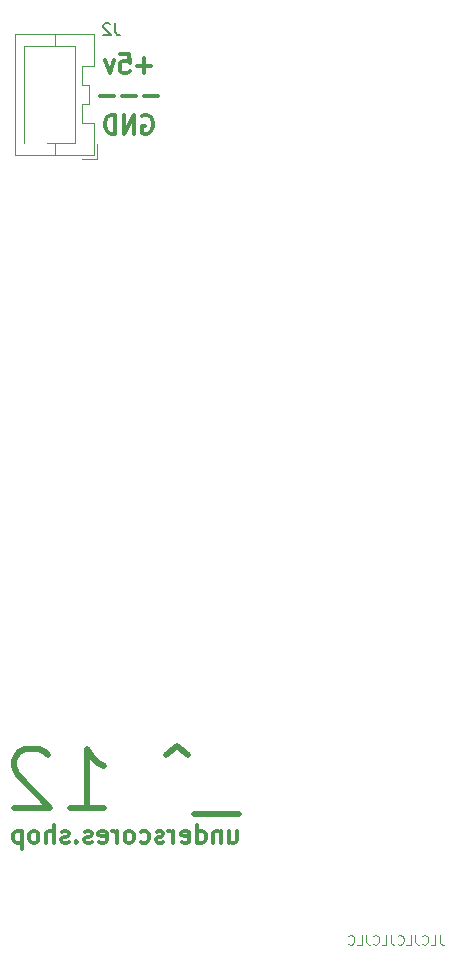
<source format=gbr>
%TF.GenerationSoftware,KiCad,Pcbnew,6.0.7*%
%TF.CreationDate,2023-06-08T16:58:43+12:00*%
%TF.ProjectId,_rotary_,5f726f74-6172-4795-9f2e-6b696361645f,v0_1_2*%
%TF.SameCoordinates,Original*%
%TF.FileFunction,Legend,Bot*%
%TF.FilePolarity,Positive*%
%FSLAX46Y46*%
G04 Gerber Fmt 4.6, Leading zero omitted, Abs format (unit mm)*
G04 Created by KiCad (PCBNEW 6.0.7) date 2023-06-08 16:58:43*
%MOMM*%
%LPD*%
G01*
G04 APERTURE LIST*
%ADD10C,0.040000*%
%ADD11C,0.500000*%
%ADD12C,0.300000*%
%ADD13C,0.150000*%
%ADD14C,0.120000*%
G04 APERTURE END LIST*
D10*
X117341428Y-137956428D02*
X117341428Y-138535000D01*
X117380000Y-138650714D01*
X117457142Y-138727857D01*
X117572857Y-138766428D01*
X117650000Y-138766428D01*
X116570000Y-138766428D02*
X116955714Y-138766428D01*
X116955714Y-137956428D01*
X115837142Y-138689285D02*
X115875714Y-138727857D01*
X115991428Y-138766428D01*
X116068571Y-138766428D01*
X116184285Y-138727857D01*
X116261428Y-138650714D01*
X116300000Y-138573571D01*
X116338571Y-138419285D01*
X116338571Y-138303571D01*
X116300000Y-138149285D01*
X116261428Y-138072142D01*
X116184285Y-137995000D01*
X116068571Y-137956428D01*
X115991428Y-137956428D01*
X115875714Y-137995000D01*
X115837142Y-138033571D01*
X115258571Y-137956428D02*
X115258571Y-138535000D01*
X115297142Y-138650714D01*
X115374285Y-138727857D01*
X115490000Y-138766428D01*
X115567142Y-138766428D01*
X114487142Y-138766428D02*
X114872857Y-138766428D01*
X114872857Y-137956428D01*
X113754285Y-138689285D02*
X113792857Y-138727857D01*
X113908571Y-138766428D01*
X113985714Y-138766428D01*
X114101428Y-138727857D01*
X114178571Y-138650714D01*
X114217142Y-138573571D01*
X114255714Y-138419285D01*
X114255714Y-138303571D01*
X114217142Y-138149285D01*
X114178571Y-138072142D01*
X114101428Y-137995000D01*
X113985714Y-137956428D01*
X113908571Y-137956428D01*
X113792857Y-137995000D01*
X113754285Y-138033571D01*
X113175714Y-137956428D02*
X113175714Y-138535000D01*
X113214285Y-138650714D01*
X113291428Y-138727857D01*
X113407142Y-138766428D01*
X113484285Y-138766428D01*
X112404285Y-138766428D02*
X112790000Y-138766428D01*
X112790000Y-137956428D01*
X111671428Y-138689285D02*
X111710000Y-138727857D01*
X111825714Y-138766428D01*
X111902857Y-138766428D01*
X112018571Y-138727857D01*
X112095714Y-138650714D01*
X112134285Y-138573571D01*
X112172857Y-138419285D01*
X112172857Y-138303571D01*
X112134285Y-138149285D01*
X112095714Y-138072142D01*
X112018571Y-137995000D01*
X111902857Y-137956428D01*
X111825714Y-137956428D01*
X111710000Y-137995000D01*
X111671428Y-138033571D01*
X111092857Y-137956428D02*
X111092857Y-138535000D01*
X111131428Y-138650714D01*
X111208571Y-138727857D01*
X111324285Y-138766428D01*
X111401428Y-138766428D01*
X110321428Y-138766428D02*
X110707142Y-138766428D01*
X110707142Y-137956428D01*
X109588571Y-138689285D02*
X109627142Y-138727857D01*
X109742857Y-138766428D01*
X109820000Y-138766428D01*
X109935714Y-138727857D01*
X110012857Y-138650714D01*
X110051428Y-138573571D01*
X110090000Y-138419285D01*
X110090000Y-138303571D01*
X110051428Y-138149285D01*
X110012857Y-138072142D01*
X109935714Y-137995000D01*
X109820000Y-137956428D01*
X109742857Y-137956428D01*
X109627142Y-137995000D01*
X109588571Y-138033571D01*
D11*
X100300000Y-127688095D02*
X96490476Y-127688095D01*
X96014285Y-122688095D02*
X95061904Y-121973809D01*
X94109523Y-122688095D01*
X86014285Y-127211904D02*
X88871428Y-127211904D01*
X87442857Y-127211904D02*
X87442857Y-122211904D01*
X87919047Y-122926190D01*
X88395238Y-123402380D01*
X88871428Y-123640476D01*
X84109523Y-122688095D02*
X83871428Y-122450000D01*
X83395238Y-122211904D01*
X82204761Y-122211904D01*
X81728571Y-122450000D01*
X81490476Y-122688095D01*
X81252380Y-123164285D01*
X81252380Y-123640476D01*
X81490476Y-124354761D01*
X84347619Y-127211904D01*
X81252380Y-127211904D01*
D12*
X92857142Y-64338285D02*
X91714285Y-64338285D01*
X92285714Y-64947809D02*
X92285714Y-63728761D01*
X90285714Y-63347809D02*
X91000000Y-63347809D01*
X91071428Y-64109714D01*
X91000000Y-64033523D01*
X90857142Y-63957333D01*
X90500000Y-63957333D01*
X90357142Y-64033523D01*
X90285714Y-64109714D01*
X90214285Y-64262095D01*
X90214285Y-64643047D01*
X90285714Y-64795428D01*
X90357142Y-64871619D01*
X90500000Y-64947809D01*
X90857142Y-64947809D01*
X91000000Y-64871619D01*
X91071428Y-64795428D01*
X89714285Y-63881142D02*
X89357142Y-64947809D01*
X89000000Y-63881142D01*
X93428571Y-66914285D02*
X92285714Y-66914285D01*
X91571428Y-66914285D02*
X90428571Y-66914285D01*
X89714285Y-66914285D02*
X88571428Y-66914285D01*
X92142857Y-68576000D02*
X92285714Y-68499809D01*
X92500000Y-68499809D01*
X92714285Y-68576000D01*
X92857142Y-68728380D01*
X92928571Y-68880761D01*
X93000000Y-69185523D01*
X93000000Y-69414095D01*
X92928571Y-69718857D01*
X92857142Y-69871238D01*
X92714285Y-70023619D01*
X92500000Y-70099809D01*
X92357142Y-70099809D01*
X92142857Y-70023619D01*
X92071428Y-69947428D01*
X92071428Y-69414095D01*
X92357142Y-69414095D01*
X91428571Y-70099809D02*
X91428571Y-68499809D01*
X90571428Y-70099809D01*
X90571428Y-68499809D01*
X89857142Y-70099809D02*
X89857142Y-68499809D01*
X89500000Y-68499809D01*
X89285714Y-68576000D01*
X89142857Y-68728380D01*
X89071428Y-68880761D01*
X89000000Y-69185523D01*
X89000000Y-69414095D01*
X89071428Y-69718857D01*
X89142857Y-69871238D01*
X89285714Y-70023619D01*
X89500000Y-70099809D01*
X89857142Y-70099809D01*
X99485714Y-129128571D02*
X99485714Y-130128571D01*
X100128571Y-129128571D02*
X100128571Y-129914285D01*
X100057142Y-130057142D01*
X99914285Y-130128571D01*
X99700000Y-130128571D01*
X99557142Y-130057142D01*
X99485714Y-129985714D01*
X98771428Y-129128571D02*
X98771428Y-130128571D01*
X98771428Y-129271428D02*
X98700000Y-129200000D01*
X98557142Y-129128571D01*
X98342857Y-129128571D01*
X98200000Y-129200000D01*
X98128571Y-129342857D01*
X98128571Y-130128571D01*
X96771428Y-130128571D02*
X96771428Y-128628571D01*
X96771428Y-130057142D02*
X96914285Y-130128571D01*
X97200000Y-130128571D01*
X97342857Y-130057142D01*
X97414285Y-129985714D01*
X97485714Y-129842857D01*
X97485714Y-129414285D01*
X97414285Y-129271428D01*
X97342857Y-129200000D01*
X97200000Y-129128571D01*
X96914285Y-129128571D01*
X96771428Y-129200000D01*
X95485714Y-130057142D02*
X95628571Y-130128571D01*
X95914285Y-130128571D01*
X96057142Y-130057142D01*
X96128571Y-129914285D01*
X96128571Y-129342857D01*
X96057142Y-129200000D01*
X95914285Y-129128571D01*
X95628571Y-129128571D01*
X95485714Y-129200000D01*
X95414285Y-129342857D01*
X95414285Y-129485714D01*
X96128571Y-129628571D01*
X94771428Y-130128571D02*
X94771428Y-129128571D01*
X94771428Y-129414285D02*
X94700000Y-129271428D01*
X94628571Y-129200000D01*
X94485714Y-129128571D01*
X94342857Y-129128571D01*
X93914285Y-130057142D02*
X93771428Y-130128571D01*
X93485714Y-130128571D01*
X93342857Y-130057142D01*
X93271428Y-129914285D01*
X93271428Y-129842857D01*
X93342857Y-129700000D01*
X93485714Y-129628571D01*
X93700000Y-129628571D01*
X93842857Y-129557142D01*
X93914285Y-129414285D01*
X93914285Y-129342857D01*
X93842857Y-129200000D01*
X93700000Y-129128571D01*
X93485714Y-129128571D01*
X93342857Y-129200000D01*
X91985714Y-130057142D02*
X92128571Y-130128571D01*
X92414285Y-130128571D01*
X92557142Y-130057142D01*
X92628571Y-129985714D01*
X92700000Y-129842857D01*
X92700000Y-129414285D01*
X92628571Y-129271428D01*
X92557142Y-129200000D01*
X92414285Y-129128571D01*
X92128571Y-129128571D01*
X91985714Y-129200000D01*
X91128571Y-130128571D02*
X91271428Y-130057142D01*
X91342857Y-129985714D01*
X91414285Y-129842857D01*
X91414285Y-129414285D01*
X91342857Y-129271428D01*
X91271428Y-129200000D01*
X91128571Y-129128571D01*
X90914285Y-129128571D01*
X90771428Y-129200000D01*
X90700000Y-129271428D01*
X90628571Y-129414285D01*
X90628571Y-129842857D01*
X90700000Y-129985714D01*
X90771428Y-130057142D01*
X90914285Y-130128571D01*
X91128571Y-130128571D01*
X89985714Y-130128571D02*
X89985714Y-129128571D01*
X89985714Y-129414285D02*
X89914285Y-129271428D01*
X89842857Y-129200000D01*
X89700000Y-129128571D01*
X89557142Y-129128571D01*
X88485714Y-130057142D02*
X88628571Y-130128571D01*
X88914285Y-130128571D01*
X89057142Y-130057142D01*
X89128571Y-129914285D01*
X89128571Y-129342857D01*
X89057142Y-129200000D01*
X88914285Y-129128571D01*
X88628571Y-129128571D01*
X88485714Y-129200000D01*
X88414285Y-129342857D01*
X88414285Y-129485714D01*
X89128571Y-129628571D01*
X87842857Y-130057142D02*
X87700000Y-130128571D01*
X87414285Y-130128571D01*
X87271428Y-130057142D01*
X87200000Y-129914285D01*
X87200000Y-129842857D01*
X87271428Y-129700000D01*
X87414285Y-129628571D01*
X87628571Y-129628571D01*
X87771428Y-129557142D01*
X87842857Y-129414285D01*
X87842857Y-129342857D01*
X87771428Y-129200000D01*
X87628571Y-129128571D01*
X87414285Y-129128571D01*
X87271428Y-129200000D01*
X86557142Y-129985714D02*
X86485714Y-130057142D01*
X86557142Y-130128571D01*
X86628571Y-130057142D01*
X86557142Y-129985714D01*
X86557142Y-130128571D01*
X85914285Y-130057142D02*
X85771428Y-130128571D01*
X85485714Y-130128571D01*
X85342857Y-130057142D01*
X85271428Y-129914285D01*
X85271428Y-129842857D01*
X85342857Y-129700000D01*
X85485714Y-129628571D01*
X85700000Y-129628571D01*
X85842857Y-129557142D01*
X85914285Y-129414285D01*
X85914285Y-129342857D01*
X85842857Y-129200000D01*
X85700000Y-129128571D01*
X85485714Y-129128571D01*
X85342857Y-129200000D01*
X84628571Y-130128571D02*
X84628571Y-128628571D01*
X83985714Y-130128571D02*
X83985714Y-129342857D01*
X84057142Y-129200000D01*
X84200000Y-129128571D01*
X84414285Y-129128571D01*
X84557142Y-129200000D01*
X84628571Y-129271428D01*
X83057142Y-130128571D02*
X83200000Y-130057142D01*
X83271428Y-129985714D01*
X83342857Y-129842857D01*
X83342857Y-129414285D01*
X83271428Y-129271428D01*
X83200000Y-129200000D01*
X83057142Y-129128571D01*
X82842857Y-129128571D01*
X82700000Y-129200000D01*
X82628571Y-129271428D01*
X82557142Y-129414285D01*
X82557142Y-129842857D01*
X82628571Y-129985714D01*
X82700000Y-130057142D01*
X82842857Y-130128571D01*
X83057142Y-130128571D01*
X81914285Y-129128571D02*
X81914285Y-130628571D01*
X81914285Y-129200000D02*
X81771428Y-129128571D01*
X81485714Y-129128571D01*
X81342857Y-129200000D01*
X81271428Y-129271428D01*
X81200000Y-129414285D01*
X81200000Y-129842857D01*
X81271428Y-129985714D01*
X81342857Y-130057142D01*
X81485714Y-130128571D01*
X81771428Y-130128571D01*
X81914285Y-130057142D01*
D13*
%TO.C,J2*%
X89833333Y-60752380D02*
X89833333Y-61466666D01*
X89880952Y-61609523D01*
X89976190Y-61704761D01*
X90119047Y-61752380D01*
X90214285Y-61752380D01*
X89404761Y-60847619D02*
X89357142Y-60800000D01*
X89261904Y-60752380D01*
X89023809Y-60752380D01*
X88928571Y-60800000D01*
X88880952Y-60847619D01*
X88833333Y-60942857D01*
X88833333Y-61038095D01*
X88880952Y-61180952D01*
X89452380Y-61752380D01*
X88833333Y-61752380D01*
D14*
X86400000Y-62700000D02*
X82100000Y-62700000D01*
X88010000Y-69200000D02*
X88010000Y-71910000D01*
X87610000Y-67600000D02*
X87010000Y-67600000D01*
X84100000Y-70900000D02*
X86400000Y-70900000D01*
X88010000Y-61690000D02*
X88010000Y-64400000D01*
X84700000Y-71910000D02*
X84700000Y-70900000D01*
X87010000Y-69200000D02*
X88010000Y-69200000D01*
X88310000Y-72210000D02*
X87060000Y-72210000D01*
X87010000Y-64400000D02*
X87010000Y-66000000D01*
X81390000Y-71910000D02*
X81390000Y-61690000D01*
X86400000Y-70900000D02*
X86400000Y-62700000D01*
X87010000Y-67600000D02*
X87010000Y-69200000D01*
X88310000Y-70960000D02*
X88310000Y-72210000D01*
X88010000Y-64400000D02*
X87010000Y-64400000D01*
X84700000Y-61690000D02*
X84700000Y-62700000D01*
X81390000Y-61690000D02*
X88010000Y-61690000D01*
X88010000Y-71910000D02*
X81390000Y-71910000D01*
X87610000Y-66000000D02*
X87610000Y-67600000D01*
X87010000Y-66000000D02*
X87610000Y-66000000D01*
X82100000Y-62700000D02*
X82100000Y-70900000D01*
%TD*%
M02*

</source>
